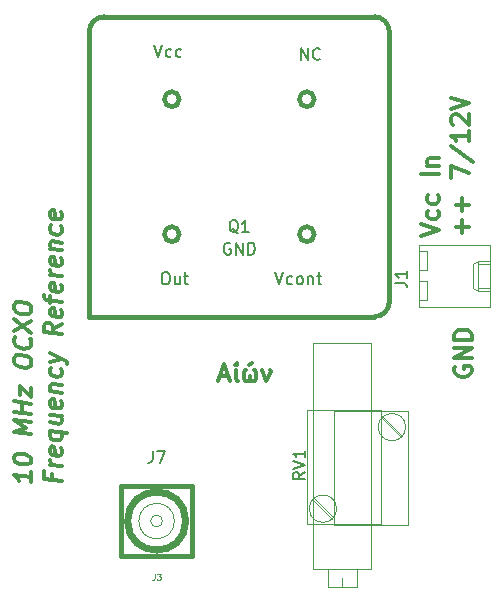
<source format=gbr>
G04 #@! TF.FileFunction,Legend,Top*
%FSLAX46Y46*%
G04 Gerber Fmt 4.6, Leading zero omitted, Abs format (unit mm)*
G04 Created by KiCad (PCBNEW 4.0.7) date 01/05/18 16:32:01*
%MOMM*%
%LPD*%
G01*
G04 APERTURE LIST*
%ADD10C,0.100000*%
%ADD11C,0.300000*%
%ADD12C,0.120000*%
%ADD13C,0.099060*%
%ADD14C,0.381000*%
%ADD15C,0.400000*%
%ADD16C,0.150000*%
G04 APERTURE END LIST*
D10*
D11*
X105357143Y-77750000D02*
X106071429Y-77750000D01*
X105214286Y-78178571D02*
X105714286Y-76678571D01*
X106214286Y-78178571D01*
X106714286Y-77178571D02*
X106714286Y-77964286D01*
X106785714Y-78107143D01*
X106928572Y-78178571D01*
X106642857Y-76821429D02*
X106714286Y-76821429D01*
X106785714Y-76750000D01*
X106785714Y-76607143D01*
X107928571Y-77678571D02*
X107928571Y-77964286D01*
X107571428Y-77178571D02*
X107500000Y-77250000D01*
X107428571Y-77392857D01*
X107428571Y-77964286D01*
X107500000Y-78107143D01*
X107642857Y-78178571D01*
X107714286Y-78178571D01*
X107857143Y-78107143D01*
X107928571Y-77964286D01*
X108000000Y-78107143D01*
X108142857Y-78178571D01*
X108214286Y-78178571D01*
X108357143Y-78107143D01*
X108428571Y-77964286D01*
X108428571Y-77392857D01*
X108357143Y-77250000D01*
X108285714Y-77178571D01*
X108071428Y-76607143D02*
X107857143Y-76821429D01*
X108928572Y-77178571D02*
X109285715Y-78178571D01*
X109642857Y-77392857D01*
X109642857Y-77321429D01*
X109571429Y-77178571D01*
X125250000Y-76928572D02*
X125178571Y-77071429D01*
X125178571Y-77285715D01*
X125250000Y-77500000D01*
X125392857Y-77642858D01*
X125535714Y-77714286D01*
X125821429Y-77785715D01*
X126035714Y-77785715D01*
X126321429Y-77714286D01*
X126464286Y-77642858D01*
X126607143Y-77500000D01*
X126678571Y-77285715D01*
X126678571Y-77142858D01*
X126607143Y-76928572D01*
X126535714Y-76857143D01*
X126035714Y-76857143D01*
X126035714Y-77142858D01*
X126678571Y-76214286D02*
X125178571Y-76214286D01*
X126678571Y-75357143D01*
X125178571Y-75357143D01*
X126678571Y-74642857D02*
X125178571Y-74642857D01*
X125178571Y-74285714D01*
X125250000Y-74071429D01*
X125392857Y-73928571D01*
X125535714Y-73857143D01*
X125821429Y-73785714D01*
X126035714Y-73785714D01*
X126321429Y-73857143D01*
X126464286Y-73928571D01*
X126607143Y-74071429D01*
X126678571Y-74285714D01*
X126678571Y-74642857D01*
X89403571Y-85848214D02*
X89403571Y-86705357D01*
X89403571Y-86276785D02*
X87903571Y-86089285D01*
X88117857Y-86258928D01*
X88260714Y-86419643D01*
X88332143Y-86571429D01*
X87903571Y-84732143D02*
X87903571Y-84589286D01*
X87975000Y-84455358D01*
X88046429Y-84392858D01*
X88189286Y-84339286D01*
X88475000Y-84303572D01*
X88832143Y-84348215D01*
X89117857Y-84455357D01*
X89260714Y-84544643D01*
X89332143Y-84625001D01*
X89403571Y-84776786D01*
X89403571Y-84919643D01*
X89332143Y-85053572D01*
X89260714Y-85116072D01*
X89117857Y-85169643D01*
X88832143Y-85205358D01*
X88475000Y-85160715D01*
X88189286Y-85053572D01*
X88046429Y-84964287D01*
X87975000Y-84883929D01*
X87903571Y-84732143D01*
X89403571Y-82633929D02*
X87903571Y-82446429D01*
X88975000Y-82080358D01*
X87903571Y-81446429D01*
X89403571Y-81633929D01*
X89403571Y-80919643D02*
X87903571Y-80732143D01*
X88617857Y-80821429D02*
X88617857Y-79964286D01*
X89403571Y-80062500D02*
X87903571Y-79875000D01*
X88403571Y-79366071D02*
X88403571Y-78580357D01*
X89403571Y-79491071D01*
X89403571Y-78705357D01*
X87903571Y-76517857D02*
X87903571Y-76232143D01*
X87975000Y-76098214D01*
X88117857Y-75973214D01*
X88403571Y-75937500D01*
X88903571Y-76000000D01*
X89189286Y-76107143D01*
X89332143Y-76267857D01*
X89403571Y-76419643D01*
X89403571Y-76705357D01*
X89332143Y-76839286D01*
X89189286Y-76964286D01*
X88903571Y-77000000D01*
X88403571Y-76937500D01*
X88117857Y-76830357D01*
X87975000Y-76669643D01*
X87903571Y-76517857D01*
X89260714Y-74544642D02*
X89332143Y-74625000D01*
X89403571Y-74848214D01*
X89403571Y-74991071D01*
X89332143Y-75196428D01*
X89189286Y-75321429D01*
X89046429Y-75375000D01*
X88760714Y-75410714D01*
X88546429Y-75383929D01*
X88260714Y-75276785D01*
X88117857Y-75187500D01*
X87975000Y-75026785D01*
X87903571Y-74803571D01*
X87903571Y-74660714D01*
X87975000Y-74455357D01*
X88046429Y-74392857D01*
X87903571Y-73874999D02*
X89403571Y-73062499D01*
X87903571Y-72874999D02*
X89403571Y-74062499D01*
X87903571Y-72017857D02*
X87903571Y-71732143D01*
X87975000Y-71598214D01*
X88117857Y-71473214D01*
X88403571Y-71437500D01*
X88903571Y-71500000D01*
X89189286Y-71607143D01*
X89332143Y-71767857D01*
X89403571Y-71919643D01*
X89403571Y-72205357D01*
X89332143Y-72339286D01*
X89189286Y-72464286D01*
X88903571Y-72500000D01*
X88403571Y-72437500D01*
X88117857Y-72330357D01*
X87975000Y-72169643D01*
X87903571Y-72017857D01*
X91167857Y-86035714D02*
X91167857Y-86535714D01*
X91953571Y-86633928D02*
X90453571Y-86446428D01*
X90453571Y-85732142D01*
X91953571Y-85348214D02*
X90953571Y-85223214D01*
X91239286Y-85258929D02*
X91096429Y-85169644D01*
X91025000Y-85089286D01*
X90953571Y-84937500D01*
X90953571Y-84794643D01*
X91882143Y-83839287D02*
X91953571Y-83991072D01*
X91953571Y-84276786D01*
X91882143Y-84410715D01*
X91739286Y-84464287D01*
X91167857Y-84392858D01*
X91025000Y-84303572D01*
X90953571Y-84151786D01*
X90953571Y-83866072D01*
X91025000Y-83732144D01*
X91167857Y-83678572D01*
X91310714Y-83696429D01*
X91453571Y-84428572D01*
X90953571Y-82366072D02*
X92453571Y-82553572D01*
X91882143Y-82482144D02*
X91953571Y-82633929D01*
X91953571Y-82919643D01*
X91882143Y-83053573D01*
X91810714Y-83116072D01*
X91667857Y-83169644D01*
X91239286Y-83116073D01*
X91096429Y-83026787D01*
X91025000Y-82946430D01*
X90953571Y-82794643D01*
X90953571Y-82508929D01*
X91025000Y-82375001D01*
X90953571Y-81008929D02*
X91953571Y-81133929D01*
X90953571Y-81651786D02*
X91739286Y-81750001D01*
X91882143Y-81696430D01*
X91953571Y-81562500D01*
X91953571Y-81348215D01*
X91882143Y-81196430D01*
X91810714Y-81116072D01*
X91882143Y-79839287D02*
X91953571Y-79991072D01*
X91953571Y-80276786D01*
X91882143Y-80410715D01*
X91739286Y-80464287D01*
X91167857Y-80392858D01*
X91025000Y-80303572D01*
X90953571Y-80151786D01*
X90953571Y-79866072D01*
X91025000Y-79732144D01*
X91167857Y-79678572D01*
X91310714Y-79696429D01*
X91453571Y-80428572D01*
X90953571Y-79008929D02*
X91953571Y-79133929D01*
X91096429Y-79026787D02*
X91025000Y-78946430D01*
X90953571Y-78794643D01*
X90953571Y-78580358D01*
X91025000Y-78446430D01*
X91167857Y-78392858D01*
X91953571Y-78491072D01*
X91882143Y-77125001D02*
X91953571Y-77276786D01*
X91953571Y-77562500D01*
X91882143Y-77696430D01*
X91810714Y-77758929D01*
X91667857Y-77812501D01*
X91239286Y-77758930D01*
X91096429Y-77669644D01*
X91025000Y-77589287D01*
X90953571Y-77437500D01*
X90953571Y-77151786D01*
X91025000Y-77017858D01*
X90953571Y-76508929D02*
X91953571Y-76276786D01*
X90953571Y-75794644D02*
X91953571Y-76276786D01*
X92310714Y-76464287D01*
X92382143Y-76544644D01*
X92453571Y-76696429D01*
X91953571Y-73348215D02*
X91239286Y-73758930D01*
X91953571Y-74205358D02*
X90453571Y-74017858D01*
X90453571Y-73446430D01*
X90525000Y-73312501D01*
X90596429Y-73250002D01*
X90739286Y-73196430D01*
X90953571Y-73223215D01*
X91096429Y-73312502D01*
X91167857Y-73392858D01*
X91239286Y-73544645D01*
X91239286Y-74116073D01*
X91882143Y-72125002D02*
X91953571Y-72276787D01*
X91953571Y-72562501D01*
X91882143Y-72696430D01*
X91739286Y-72750002D01*
X91167857Y-72678573D01*
X91025000Y-72589287D01*
X90953571Y-72437501D01*
X90953571Y-72151787D01*
X91025000Y-72017859D01*
X91167857Y-71964287D01*
X91310714Y-71982144D01*
X91453571Y-72714287D01*
X90953571Y-71508930D02*
X90953571Y-70937501D01*
X91953571Y-71419644D02*
X90667857Y-71258930D01*
X90525000Y-71169645D01*
X90453571Y-71017858D01*
X90453571Y-70875001D01*
X91882143Y-69982145D02*
X91953571Y-70133930D01*
X91953571Y-70419644D01*
X91882143Y-70553573D01*
X91739286Y-70607145D01*
X91167857Y-70535716D01*
X91025000Y-70446430D01*
X90953571Y-70294644D01*
X90953571Y-70008930D01*
X91025000Y-69875002D01*
X91167857Y-69821430D01*
X91310714Y-69839287D01*
X91453571Y-70571430D01*
X91953571Y-69276787D02*
X90953571Y-69151787D01*
X91239286Y-69187502D02*
X91096429Y-69098217D01*
X91025000Y-69017859D01*
X90953571Y-68866073D01*
X90953571Y-68723216D01*
X91882143Y-67767860D02*
X91953571Y-67919645D01*
X91953571Y-68205359D01*
X91882143Y-68339288D01*
X91739286Y-68392860D01*
X91167857Y-68321431D01*
X91025000Y-68232145D01*
X90953571Y-68080359D01*
X90953571Y-67794645D01*
X91025000Y-67660717D01*
X91167857Y-67607145D01*
X91310714Y-67625002D01*
X91453571Y-68357145D01*
X90953571Y-66937502D02*
X91953571Y-67062502D01*
X91096429Y-66955360D02*
X91025000Y-66875003D01*
X90953571Y-66723216D01*
X90953571Y-66508931D01*
X91025000Y-66375003D01*
X91167857Y-66321431D01*
X91953571Y-66419645D01*
X91882143Y-65053574D02*
X91953571Y-65205359D01*
X91953571Y-65491073D01*
X91882143Y-65625003D01*
X91810714Y-65687502D01*
X91667857Y-65741074D01*
X91239286Y-65687503D01*
X91096429Y-65598217D01*
X91025000Y-65517860D01*
X90953571Y-65366073D01*
X90953571Y-65080359D01*
X91025000Y-64946431D01*
X91882143Y-63839289D02*
X91953571Y-63991074D01*
X91953571Y-64276788D01*
X91882143Y-64410717D01*
X91739286Y-64464289D01*
X91167857Y-64392860D01*
X91025000Y-64303574D01*
X90953571Y-64151788D01*
X90953571Y-63866074D01*
X91025000Y-63732146D01*
X91167857Y-63678574D01*
X91310714Y-63696431D01*
X91453571Y-64428574D01*
X122403571Y-65857143D02*
X123903571Y-65357143D01*
X122403571Y-64857143D01*
X123832143Y-63714286D02*
X123903571Y-63857143D01*
X123903571Y-64142857D01*
X123832143Y-64285715D01*
X123760714Y-64357143D01*
X123617857Y-64428572D01*
X123189286Y-64428572D01*
X123046429Y-64357143D01*
X122975000Y-64285715D01*
X122903571Y-64142857D01*
X122903571Y-63857143D01*
X122975000Y-63714286D01*
X123832143Y-62428572D02*
X123903571Y-62571429D01*
X123903571Y-62857143D01*
X123832143Y-63000001D01*
X123760714Y-63071429D01*
X123617857Y-63142858D01*
X123189286Y-63142858D01*
X123046429Y-63071429D01*
X122975000Y-63000001D01*
X122903571Y-62857143D01*
X122903571Y-62571429D01*
X122975000Y-62428572D01*
X123903571Y-60642858D02*
X122403571Y-60642858D01*
X122903571Y-59928572D02*
X123903571Y-59928572D01*
X123046429Y-59928572D02*
X122975000Y-59857144D01*
X122903571Y-59714286D01*
X122903571Y-59500001D01*
X122975000Y-59357144D01*
X123117857Y-59285715D01*
X123903571Y-59285715D01*
X125882143Y-65642857D02*
X125882143Y-64500000D01*
X126453571Y-65071429D02*
X125310714Y-65071429D01*
X125882143Y-63785714D02*
X125882143Y-62642857D01*
X126453571Y-63214286D02*
X125310714Y-63214286D01*
X124953571Y-60928571D02*
X124953571Y-59928571D01*
X126453571Y-60571428D01*
X124882143Y-58285715D02*
X126810714Y-59571429D01*
X126453571Y-57000000D02*
X126453571Y-57857143D01*
X126453571Y-57428571D02*
X124953571Y-57428571D01*
X125167857Y-57571428D01*
X125310714Y-57714286D01*
X125382143Y-57857143D01*
X125096429Y-56428572D02*
X125025000Y-56357143D01*
X124953571Y-56214286D01*
X124953571Y-55857143D01*
X125025000Y-55714286D01*
X125096429Y-55642857D01*
X125239286Y-55571429D01*
X125382143Y-55571429D01*
X125596429Y-55642857D01*
X126453571Y-56500000D01*
X126453571Y-55571429D01*
X124953571Y-55142858D02*
X126453571Y-54642858D01*
X124953571Y-54142858D01*
D12*
X122230000Y-71870000D02*
X128230000Y-71870000D01*
X128230000Y-71870000D02*
X128230000Y-66590000D01*
X128230000Y-66590000D02*
X122230000Y-66590000D01*
X122230000Y-66590000D02*
X122230000Y-71870000D01*
X128230000Y-70500000D02*
X127230000Y-70500000D01*
X127230000Y-70500000D02*
X127230000Y-67960000D01*
X127230000Y-67960000D02*
X128230000Y-67960000D01*
X127230000Y-70500000D02*
X126800000Y-70250000D01*
X126800000Y-70250000D02*
X126800000Y-68210000D01*
X126800000Y-68210000D02*
X127230000Y-67960000D01*
X128230000Y-70250000D02*
X127230000Y-70250000D01*
X128230000Y-68210000D02*
X127230000Y-68210000D01*
X122230000Y-71300000D02*
X122850000Y-71300000D01*
X122850000Y-71300000D02*
X122850000Y-69700000D01*
X122850000Y-69700000D02*
X122230000Y-69700000D01*
X122230000Y-68760000D02*
X122850000Y-68760000D01*
X122850000Y-68760000D02*
X122850000Y-67160000D01*
X122850000Y-67160000D02*
X122230000Y-67160000D01*
D13*
X100500380Y-90000000D02*
G75*
G03X100500380Y-90000000I-500380J0D01*
G01*
X101501140Y-90000000D02*
G75*
G03X101501140Y-90000000I-1501140J0D01*
G01*
D14*
X102548957Y-90000000D02*
G75*
G03X102548957Y-90000000I-2548957J0D01*
G01*
X97000260Y-87000260D02*
X102999740Y-87000260D01*
X102999740Y-87000260D02*
X102999740Y-92999740D01*
X102999740Y-92999740D02*
X97000260Y-92999740D01*
X97000260Y-92999740D02*
X97000260Y-87000260D01*
X102371904Y-90000000D02*
G75*
G03X102371904Y-90000000I-2371904J0D01*
G01*
D15*
X101920000Y-54285000D02*
G75*
G03X101920000Y-54285000I-635000J0D01*
G01*
X101920000Y-65715000D02*
G75*
G03X101920000Y-65715000I-635000J0D01*
G01*
X113350000Y-65715000D02*
G75*
G03X113350000Y-65715000I-635000J0D01*
G01*
X113350000Y-54285000D02*
G75*
G03X113350000Y-54285000I-635000J0D01*
G01*
X95570000Y-47300000D02*
X96205000Y-47300000D01*
X94300000Y-49205000D02*
X94300000Y-48570000D01*
X95570000Y-47300000D02*
G75*
G03X94300000Y-48570000I0J-1270000D01*
G01*
X118430000Y-47300000D02*
X117795000Y-47300000D01*
X119700000Y-49205000D02*
X119700000Y-48570000D01*
X119700000Y-48570000D02*
G75*
G03X118430000Y-47300000I-1270000J0D01*
G01*
X94300000Y-49205000D02*
X94300000Y-72700000D01*
X116525000Y-47300000D02*
X117795000Y-47300000D01*
X116525000Y-47300000D02*
X96205000Y-47300000D01*
X119700000Y-71430000D02*
X119700000Y-49205000D01*
X118430000Y-72700000D02*
G75*
G03X119700000Y-71430000I0J1270000D01*
G01*
X94300000Y-72700000D02*
X118430000Y-72700000D01*
D12*
X113270000Y-94060000D02*
X113270000Y-74939000D01*
X118190000Y-94060000D02*
X118190000Y-74939000D01*
X113270000Y-94060000D02*
X118190000Y-94060000D01*
X113270000Y-74939000D02*
X118190000Y-74939000D01*
X114490000Y-95580000D02*
X114490000Y-94061000D01*
X116970000Y-95580000D02*
X116970000Y-94061000D01*
X114490000Y-95580000D02*
X116970000Y-95580000D01*
X114490000Y-94061000D02*
X116970000Y-94061000D01*
X115730000Y-95580000D02*
X115730000Y-94820000D01*
X121075000Y-82045000D02*
G75*
G03X121075000Y-82045000I-1155000J0D01*
G01*
X115030000Y-90365000D02*
X115030000Y-80715000D01*
X121250000Y-90365000D02*
X121250000Y-80715000D01*
X115030000Y-90365000D02*
X121250000Y-90365000D01*
X115030000Y-80715000D02*
X121250000Y-80715000D01*
X119186000Y-81169000D02*
X120796000Y-82780000D01*
X119045000Y-81309000D02*
X120655000Y-82921000D01*
X115235000Y-88955000D02*
G75*
G03X115235000Y-88955000I-1155000J0D01*
G01*
X118970000Y-80635000D02*
X118970000Y-90285000D01*
X112750000Y-80635000D02*
X112750000Y-90285000D01*
X118970000Y-80635000D02*
X112750000Y-80635000D01*
X118970000Y-90285000D02*
X112750000Y-90285000D01*
X114814000Y-89831000D02*
X113204000Y-88220000D01*
X114955000Y-89691000D02*
X113345000Y-88079000D01*
D16*
X120202381Y-69833333D02*
X120916667Y-69833333D01*
X121059524Y-69880953D01*
X121154762Y-69976191D01*
X121202381Y-70119048D01*
X121202381Y-70214286D01*
X121202381Y-68833333D02*
X121202381Y-69404762D01*
X121202381Y-69119048D02*
X120202381Y-69119048D01*
X120345238Y-69214286D01*
X120440476Y-69309524D01*
X120488095Y-69404762D01*
D10*
X99833334Y-94476190D02*
X99833334Y-94833333D01*
X99809524Y-94904762D01*
X99761905Y-94952381D01*
X99690477Y-94976190D01*
X99642858Y-94976190D01*
X100023810Y-94476190D02*
X100333333Y-94476190D01*
X100166667Y-94666667D01*
X100238095Y-94666667D01*
X100285714Y-94690476D01*
X100309524Y-94714286D01*
X100333333Y-94761905D01*
X100333333Y-94880952D01*
X100309524Y-94928571D01*
X100285714Y-94952381D01*
X100238095Y-94976190D01*
X100095238Y-94976190D01*
X100047619Y-94952381D01*
X100023810Y-94928571D01*
D16*
X99666667Y-84052381D02*
X99666667Y-84766667D01*
X99619047Y-84909524D01*
X99523809Y-85004762D01*
X99380952Y-85052381D01*
X99285714Y-85052381D01*
X100047619Y-84052381D02*
X100714286Y-84052381D01*
X100285714Y-85052381D01*
X106904762Y-65627619D02*
X106809524Y-65580000D01*
X106714286Y-65484762D01*
X106571429Y-65341905D01*
X106476190Y-65294286D01*
X106380952Y-65294286D01*
X106428571Y-65532381D02*
X106333333Y-65484762D01*
X106238095Y-65389524D01*
X106190476Y-65199048D01*
X106190476Y-64865714D01*
X106238095Y-64675238D01*
X106333333Y-64580000D01*
X106428571Y-64532381D01*
X106619048Y-64532381D01*
X106714286Y-64580000D01*
X106809524Y-64675238D01*
X106857143Y-64865714D01*
X106857143Y-65199048D01*
X106809524Y-65389524D01*
X106714286Y-65484762D01*
X106619048Y-65532381D01*
X106428571Y-65532381D01*
X107809524Y-65532381D02*
X107238095Y-65532381D01*
X107523809Y-65532381D02*
X107523809Y-64532381D01*
X107428571Y-64675238D01*
X107333333Y-64770476D01*
X107238095Y-64818095D01*
X110047619Y-68952381D02*
X110380952Y-69952381D01*
X110714286Y-68952381D01*
X111476191Y-69904762D02*
X111380953Y-69952381D01*
X111190476Y-69952381D01*
X111095238Y-69904762D01*
X111047619Y-69857143D01*
X111000000Y-69761905D01*
X111000000Y-69476190D01*
X111047619Y-69380952D01*
X111095238Y-69333333D01*
X111190476Y-69285714D01*
X111380953Y-69285714D01*
X111476191Y-69333333D01*
X112047619Y-69952381D02*
X111952381Y-69904762D01*
X111904762Y-69857143D01*
X111857143Y-69761905D01*
X111857143Y-69476190D01*
X111904762Y-69380952D01*
X111952381Y-69333333D01*
X112047619Y-69285714D01*
X112190477Y-69285714D01*
X112285715Y-69333333D01*
X112333334Y-69380952D01*
X112380953Y-69476190D01*
X112380953Y-69761905D01*
X112333334Y-69857143D01*
X112285715Y-69904762D01*
X112190477Y-69952381D01*
X112047619Y-69952381D01*
X112809524Y-69285714D02*
X112809524Y-69952381D01*
X112809524Y-69380952D02*
X112857143Y-69333333D01*
X112952381Y-69285714D01*
X113095239Y-69285714D01*
X113190477Y-69333333D01*
X113238096Y-69428571D01*
X113238096Y-69952381D01*
X113571429Y-69285714D02*
X113952381Y-69285714D01*
X113714286Y-68952381D02*
X113714286Y-69809524D01*
X113761905Y-69904762D01*
X113857143Y-69952381D01*
X113952381Y-69952381D01*
X112214286Y-50952381D02*
X112214286Y-49952381D01*
X112785715Y-50952381D01*
X112785715Y-49952381D01*
X113833334Y-50857143D02*
X113785715Y-50904762D01*
X113642858Y-50952381D01*
X113547620Y-50952381D01*
X113404762Y-50904762D01*
X113309524Y-50809524D01*
X113261905Y-50714286D01*
X113214286Y-50523810D01*
X113214286Y-50380952D01*
X113261905Y-50190476D01*
X113309524Y-50095238D01*
X113404762Y-50000000D01*
X113547620Y-49952381D01*
X113642858Y-49952381D01*
X113785715Y-50000000D01*
X113833334Y-50047619D01*
X100666666Y-68952381D02*
X100857143Y-68952381D01*
X100952381Y-69000000D01*
X101047619Y-69095238D01*
X101095238Y-69285714D01*
X101095238Y-69619048D01*
X101047619Y-69809524D01*
X100952381Y-69904762D01*
X100857143Y-69952381D01*
X100666666Y-69952381D01*
X100571428Y-69904762D01*
X100476190Y-69809524D01*
X100428571Y-69619048D01*
X100428571Y-69285714D01*
X100476190Y-69095238D01*
X100571428Y-69000000D01*
X100666666Y-68952381D01*
X101952381Y-69285714D02*
X101952381Y-69952381D01*
X101523809Y-69285714D02*
X101523809Y-69809524D01*
X101571428Y-69904762D01*
X101666666Y-69952381D01*
X101809524Y-69952381D01*
X101904762Y-69904762D01*
X101952381Y-69857143D01*
X102285714Y-69285714D02*
X102666666Y-69285714D01*
X102428571Y-68952381D02*
X102428571Y-69809524D01*
X102476190Y-69904762D01*
X102571428Y-69952381D01*
X102666666Y-69952381D01*
X106238096Y-66485000D02*
X106142858Y-66437381D01*
X106000001Y-66437381D01*
X105857143Y-66485000D01*
X105761905Y-66580238D01*
X105714286Y-66675476D01*
X105666667Y-66865952D01*
X105666667Y-67008810D01*
X105714286Y-67199286D01*
X105761905Y-67294524D01*
X105857143Y-67389762D01*
X106000001Y-67437381D01*
X106095239Y-67437381D01*
X106238096Y-67389762D01*
X106285715Y-67342143D01*
X106285715Y-67008810D01*
X106095239Y-67008810D01*
X106714286Y-67437381D02*
X106714286Y-66437381D01*
X107285715Y-67437381D01*
X107285715Y-66437381D01*
X107761905Y-67437381D02*
X107761905Y-66437381D01*
X108000000Y-66437381D01*
X108142858Y-66485000D01*
X108238096Y-66580238D01*
X108285715Y-66675476D01*
X108333334Y-66865952D01*
X108333334Y-67008810D01*
X108285715Y-67199286D01*
X108238096Y-67294524D01*
X108142858Y-67389762D01*
X108000000Y-67437381D01*
X107761905Y-67437381D01*
X99809524Y-49702381D02*
X100142857Y-50702381D01*
X100476191Y-49702381D01*
X101238096Y-50654762D02*
X101142858Y-50702381D01*
X100952381Y-50702381D01*
X100857143Y-50654762D01*
X100809524Y-50607143D01*
X100761905Y-50511905D01*
X100761905Y-50226190D01*
X100809524Y-50130952D01*
X100857143Y-50083333D01*
X100952381Y-50035714D01*
X101142858Y-50035714D01*
X101238096Y-50083333D01*
X102095239Y-50654762D02*
X102000001Y-50702381D01*
X101809524Y-50702381D01*
X101714286Y-50654762D01*
X101666667Y-50607143D01*
X101619048Y-50511905D01*
X101619048Y-50226190D01*
X101666667Y-50130952D01*
X101714286Y-50083333D01*
X101809524Y-50035714D01*
X102000001Y-50035714D01*
X102095239Y-50083333D01*
X112532381Y-85855238D02*
X112056190Y-86188572D01*
X112532381Y-86426667D02*
X111532381Y-86426667D01*
X111532381Y-86045714D01*
X111580000Y-85950476D01*
X111627619Y-85902857D01*
X111722857Y-85855238D01*
X111865714Y-85855238D01*
X111960952Y-85902857D01*
X112008571Y-85950476D01*
X112056190Y-86045714D01*
X112056190Y-86426667D01*
X111532381Y-85569524D02*
X112532381Y-85236191D01*
X111532381Y-84902857D01*
X112532381Y-84045714D02*
X112532381Y-84617143D01*
X112532381Y-84331429D02*
X111532381Y-84331429D01*
X111675238Y-84426667D01*
X111770476Y-84521905D01*
X111818095Y-84617143D01*
M02*

</source>
